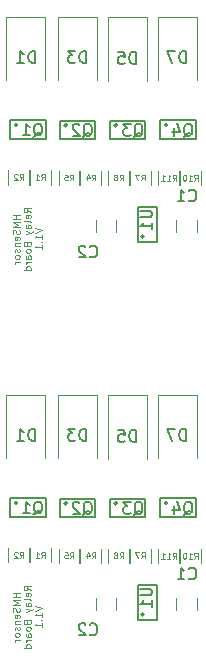
<source format=gbo>
%MOIN*%
%OFA0B0*%
%FSLAX46Y46*%
%IPPOS*%
%LPD*%
%ADD10C,0.0039370078740157488*%
%ADD21C,0.0039370078740157488*%
%ADD32C,0.0039370078740157488*%
%ADD43C,0.0039370078740157488*%
%ADD54C,0.0039370078740157488*%
%ADD65C,0.0039370078740157488*%
%ADD76C,0.0039370078740157488*%
%ADD77C,0.005905511811023622*%
%ADD78C,0.0047244094488188976*%
%ADD79C,0.002952755905511811*%
%ADD90C,0.0039370078740157488*%
%ADD91C,0.005905511811023622*%
%ADD92C,0.0047244094488188976*%
%ADD93C,0.002952755905511811*%
%LPD*%
G01*
D10*
G01*
D21*
G01*
D32*
G01*
D43*
G04 next file*
%LPD*%
G01*
D54*
G01*
D65*
G04 next file*
G01*
D76*
X0003044890Y0001621967D02*
X0003021268Y0001621967D01*
X0003032517Y0001621967D02*
X0003032517Y0001608469D01*
X0003044890Y0001608469D02*
X0003021268Y0001608469D01*
X0003044890Y0001597219D02*
X0003021268Y0001597219D01*
X0003038141Y0001589346D01*
X0003021268Y0001581472D01*
X0003044890Y0001581472D01*
X0003043766Y0001571348D02*
X0003044890Y0001567974D01*
X0003044890Y0001562349D01*
X0003043766Y0001560100D01*
X0003042641Y0001558975D01*
X0003040391Y0001557850D01*
X0003038141Y0001557850D01*
X0003035892Y0001558975D01*
X0003034767Y0001560100D01*
X0003033642Y0001562349D01*
X0003032517Y0001566847D01*
X0003031392Y0001569098D01*
X0003030267Y0001570223D01*
X0003028017Y0001571348D01*
X0003025768Y0001571348D01*
X0003023517Y0001570223D01*
X0003022393Y0001569098D01*
X0003021268Y0001566847D01*
X0003021268Y0001561224D01*
X0003022393Y0001557850D01*
X0003043766Y0001538727D02*
X0003044890Y0001540977D01*
X0003044890Y0001545476D01*
X0003043766Y0001547724D01*
X0003041516Y0001548851D01*
X0003032517Y0001548851D01*
X0003030267Y0001547724D01*
X0003029141Y0001545476D01*
X0003029141Y0001540977D01*
X0003030267Y0001538727D01*
X0003032517Y0001537602D01*
X0003034767Y0001537602D01*
X0003037016Y0001548851D01*
X0003029141Y0001527478D02*
X0003044890Y0001527478D01*
X0003031392Y0001527478D02*
X0003030267Y0001526354D01*
X0003029141Y0001524104D01*
X0003029141Y0001520730D01*
X0003030267Y0001518480D01*
X0003032517Y0001517355D01*
X0003044890Y0001517355D01*
X0003043766Y0001507231D02*
X0003044890Y0001504981D01*
X0003044890Y0001500481D01*
X0003043766Y0001498232D01*
X0003041516Y0001497106D01*
X0003040391Y0001497106D01*
X0003038141Y0001498232D01*
X0003037016Y0001500481D01*
X0003037016Y0001503857D01*
X0003035892Y0001506106D01*
X0003033642Y0001507231D01*
X0003032517Y0001507231D01*
X0003030267Y0001506106D01*
X0003029141Y0001503857D01*
X0003029141Y0001500481D01*
X0003030267Y0001498232D01*
X0003044890Y0001483609D02*
X0003043766Y0001485859D01*
X0003042641Y0001486984D01*
X0003040391Y0001488109D01*
X0003033642Y0001488109D01*
X0003031392Y0001486984D01*
X0003030267Y0001485859D01*
X0003029141Y0001483609D01*
X0003029141Y0001480235D01*
X0003030267Y0001477985D01*
X0003031392Y0001476860D01*
X0003033642Y0001475735D01*
X0003040391Y0001475735D01*
X0003042641Y0001476860D01*
X0003043766Y0001477985D01*
X0003044890Y0001480235D01*
X0003044890Y0001483609D01*
X0003044890Y0001465611D02*
X0003029141Y0001465611D01*
X0003033642Y0001465611D02*
X0003031392Y0001464487D01*
X0003030267Y0001463362D01*
X0003029141Y0001461112D01*
X0003029141Y0001458862D01*
X0003081898Y0001630966D02*
X0003070649Y0001638840D01*
X0003081898Y0001644463D02*
X0003058276Y0001644463D01*
X0003058276Y0001635465D01*
X0003059401Y0001633215D01*
X0003060525Y0001632091D01*
X0003062776Y0001630966D01*
X0003066150Y0001630966D01*
X0003068400Y0001632091D01*
X0003069525Y0001633215D01*
X0003070649Y0001635465D01*
X0003070649Y0001644463D01*
X0003080773Y0001611843D02*
X0003081898Y0001614093D01*
X0003081898Y0001618592D01*
X0003080773Y0001620842D01*
X0003078524Y0001621967D01*
X0003069525Y0001621967D01*
X0003067275Y0001620842D01*
X0003066150Y0001618592D01*
X0003066150Y0001614093D01*
X0003067275Y0001611843D01*
X0003069525Y0001610718D01*
X0003071775Y0001610718D01*
X0003074024Y0001621967D01*
X0003081898Y0001597219D02*
X0003080773Y0001599470D01*
X0003078524Y0001600595D01*
X0003058276Y0001600595D01*
X0003081898Y0001578096D02*
X0003069525Y0001578096D01*
X0003067275Y0001579222D01*
X0003066150Y0001581472D01*
X0003066150Y0001585971D01*
X0003067275Y0001588221D01*
X0003080773Y0001578096D02*
X0003081898Y0001580347D01*
X0003081898Y0001585971D01*
X0003080773Y0001588221D01*
X0003078524Y0001589346D01*
X0003076274Y0001589346D01*
X0003074024Y0001588221D01*
X0003072899Y0001585971D01*
X0003072899Y0001580347D01*
X0003071775Y0001578096D01*
X0003066150Y0001569098D02*
X0003081898Y0001563474D01*
X0003066150Y0001557850D02*
X0003081898Y0001563474D01*
X0003087523Y0001565724D01*
X0003088647Y0001566847D01*
X0003089772Y0001569098D01*
X0003069525Y0001522979D02*
X0003070649Y0001519604D01*
X0003071775Y0001518480D01*
X0003074024Y0001517355D01*
X0003077399Y0001517355D01*
X0003079649Y0001518480D01*
X0003080773Y0001519604D01*
X0003081898Y0001521854D01*
X0003081898Y0001530853D01*
X0003058276Y0001530853D01*
X0003058276Y0001522979D01*
X0003059401Y0001520730D01*
X0003060525Y0001519604D01*
X0003062776Y0001518480D01*
X0003065025Y0001518480D01*
X0003067275Y0001519604D01*
X0003068400Y0001520730D01*
X0003069525Y0001522979D01*
X0003069525Y0001530853D01*
X0003081898Y0001503857D02*
X0003080773Y0001506106D01*
X0003079649Y0001507231D01*
X0003077399Y0001508355D01*
X0003070649Y0001508355D01*
X0003068400Y0001507231D01*
X0003067275Y0001506106D01*
X0003066150Y0001503857D01*
X0003066150Y0001500481D01*
X0003067275Y0001498232D01*
X0003068400Y0001497106D01*
X0003070649Y0001495983D01*
X0003077399Y0001495983D01*
X0003079649Y0001497106D01*
X0003080773Y0001498232D01*
X0003081898Y0001500481D01*
X0003081898Y0001503857D01*
X0003081898Y0001475735D02*
X0003069525Y0001475735D01*
X0003067275Y0001476860D01*
X0003066150Y0001479110D01*
X0003066150Y0001483609D01*
X0003067275Y0001485859D01*
X0003080773Y0001475735D02*
X0003081898Y0001477985D01*
X0003081898Y0001483609D01*
X0003080773Y0001485859D01*
X0003078524Y0001486984D01*
X0003076274Y0001486984D01*
X0003074024Y0001485859D01*
X0003072899Y0001483609D01*
X0003072899Y0001477985D01*
X0003071775Y0001475735D01*
X0003081898Y0001464487D02*
X0003066150Y0001464487D01*
X0003070649Y0001464487D02*
X0003068400Y0001463362D01*
X0003067275Y0001462237D01*
X0003066150Y0001459987D01*
X0003066150Y0001457737D01*
X0003081898Y0001439740D02*
X0003058276Y0001439740D01*
X0003080773Y0001439740D02*
X0003081898Y0001441989D01*
X0003081898Y0001446489D01*
X0003080773Y0001448738D01*
X0003079649Y0001449863D01*
X0003077399Y0001450988D01*
X0003070649Y0001450988D01*
X0003068400Y0001449863D01*
X0003067275Y0001448738D01*
X0003066150Y0001446489D01*
X0003066150Y0001441989D01*
X0003067275Y0001439740D01*
X0003095284Y0001578096D02*
X0003118906Y0001570223D01*
X0003095284Y0001562349D01*
X0003118906Y0001542102D02*
X0003118906Y0001555600D01*
X0003118906Y0001548851D02*
X0003095284Y0001548851D01*
X0003098659Y0001551101D01*
X0003100908Y0001553350D01*
X0003102033Y0001555600D01*
X0003116656Y0001531978D02*
X0003117781Y0001530853D01*
X0003118906Y0001531978D01*
X0003117781Y0001533103D01*
X0003116656Y0001531978D01*
X0003118906Y0001531978D01*
X0003118906Y0001508355D02*
X0003118906Y0001521854D01*
X0003118906Y0001515105D02*
X0003095284Y0001515105D01*
X0003098659Y0001517355D01*
X0003100908Y0001519604D01*
X0003102033Y0001521854D01*
D77*
X0003460032Y0001550732D02*
G75*
G03X0003460032Y0001550732I-0000005567D01*
G01*
X0003438715Y0001649157D02*
X0003501708Y0001649157D01*
X0003501708Y0001649157D02*
X0003501708Y0001531047D01*
X0003501708Y0001531047D02*
X0003438715Y0001531047D01*
X0003438715Y0001531047D02*
X0003438715Y0001649157D01*
D78*
X0003567748Y0001566417D02*
X0003567748Y0001605787D01*
X0003634677Y0001605787D02*
X0003634677Y0001566417D01*
X0003300747Y0001564917D02*
X0003300747Y0001604287D01*
X0003367677Y0001604287D02*
X0003367677Y0001564917D01*
X0002998251Y0002282960D02*
X0003128173Y0002282960D01*
X0003128173Y0002282960D02*
X0003128173Y0002070361D01*
X0002998251Y0002282960D02*
X0002998251Y0002070361D01*
X0003148858Y0001723480D02*
X0003148858Y0001770724D01*
X0003079565Y0001770724D02*
X0003079565Y0001723480D01*
X0003076858Y0001723480D02*
X0003076858Y0001770724D01*
X0003007566Y0001770724D02*
X0003007566Y0001723480D01*
D77*
X0003038410Y0001921850D02*
G75*
G03X0003038410Y0001921850I-0000005567D01*
G01*
X0003131266Y0001937598D02*
X0003131266Y0001874606D01*
X0003131266Y0001874606D02*
X0003013157Y0001874606D01*
X0003013157Y0001874606D02*
X0003013157Y0001937598D01*
X0003013157Y0001937598D02*
X0003131266Y0001937598D01*
D78*
X0003172251Y0002282960D02*
X0003302173Y0002282960D01*
X0003302173Y0002282960D02*
X0003302173Y0002070361D01*
X0003172251Y0002282960D02*
X0003172251Y0002070361D01*
X0003340251Y0002280960D02*
X0003470173Y0002280960D01*
X0003470173Y0002280960D02*
X0003470173Y0002068362D01*
X0003340251Y0002280960D02*
X0003340251Y0002068362D01*
X0003507250Y0002282960D02*
X0003637173Y0002282960D01*
X0003637173Y0002282960D02*
X0003637173Y0002070361D01*
X0003507250Y0002282960D02*
X0003507250Y0002070361D01*
D77*
X0003204410Y0001920850D02*
G75*
G03X0003204410Y0001920850I-0000005567D01*
G01*
X0003297267Y0001936598D02*
X0003297267Y0001873606D01*
X0003297267Y0001873606D02*
X0003179157Y0001873606D01*
X0003179157Y0001873606D02*
X0003179157Y0001936598D01*
X0003179157Y0001936598D02*
X0003297267Y0001936598D01*
X0003371410Y0001920850D02*
G75*
G03X0003371410Y0001920850I-0000005567D01*
G01*
X0003464267Y0001936598D02*
X0003464267Y0001873606D01*
X0003464267Y0001873606D02*
X0003346157Y0001873606D01*
X0003346157Y0001873606D02*
X0003346157Y0001936598D01*
X0003346157Y0001936598D02*
X0003464267Y0001936598D01*
X0003538409Y0001921850D02*
G75*
G03X0003538409Y0001921850I-0000005567D01*
G01*
X0003631267Y0001937598D02*
X0003631267Y0001874606D01*
X0003631267Y0001874606D02*
X0003513157Y0001874606D01*
X0003513157Y0001874606D02*
X0003513157Y0001937598D01*
X0003513157Y0001937598D02*
X0003631267Y0001937598D01*
D78*
X0003316858Y0001722480D02*
X0003316858Y0001769724D01*
X0003247566Y0001769724D02*
X0003247566Y0001722480D01*
X0003243858Y0001722480D02*
X0003243858Y0001769724D01*
X0003174566Y0001769724D02*
X0003174566Y0001722480D01*
X0003481858Y0001722480D02*
X0003481858Y0001769724D01*
X0003412565Y0001769724D02*
X0003412565Y0001722480D01*
X0003409858Y0001722480D02*
X0003409858Y0001769724D01*
X0003340565Y0001769724D02*
X0003340565Y0001722480D01*
X0003648858Y0001721479D02*
X0003648858Y0001768724D01*
X0003579566Y0001768724D02*
X0003579566Y0001721479D01*
X0003576858Y0001721479D02*
X0003576858Y0001768724D01*
X0003507566Y0001768724D02*
X0003507566Y0001721479D01*
D77*
X0003445652Y0001636098D02*
X0003477523Y0001636098D01*
X0003481273Y0001634223D01*
X0003483147Y0001632349D01*
X0003485021Y0001628599D01*
X0003485021Y0001621100D01*
X0003483147Y0001617350D01*
X0003481273Y0001615476D01*
X0003477523Y0001613601D01*
X0003445652Y0001613601D01*
X0003485021Y0001574231D02*
X0003485021Y0001596728D01*
X0003485021Y0001585479D02*
X0003445652Y0001585479D01*
X0003451277Y0001589229D01*
X0003455026Y0001592979D01*
X0003456901Y0001596728D01*
X0003608774Y0001671041D02*
X0003610649Y0001669166D01*
X0003616273Y0001667292D01*
X0003620022Y0001667292D01*
X0003625647Y0001669166D01*
X0003629395Y0001672916D01*
X0003631271Y0001676665D01*
X0003633146Y0001684164D01*
X0003633146Y0001689789D01*
X0003631271Y0001697288D01*
X0003629395Y0001701037D01*
X0003625647Y0001704787D01*
X0003620022Y0001706662D01*
X0003616273Y0001706662D01*
X0003610649Y0001704787D01*
X0003608774Y0001702912D01*
X0003571278Y0001667292D02*
X0003593776Y0001667292D01*
X0003582527Y0001667292D02*
X0003582527Y0001706662D01*
X0003586277Y0001701037D01*
X0003590026Y0001697288D01*
X0003593776Y0001695413D01*
X0003278773Y0001484541D02*
X0003280649Y0001482666D01*
X0003286273Y0001480792D01*
X0003290022Y0001480792D01*
X0003295647Y0001482666D01*
X0003299396Y0001486415D01*
X0003301271Y0001490165D01*
X0003303145Y0001497664D01*
X0003303145Y0001503289D01*
X0003301271Y0001510787D01*
X0003299396Y0001514537D01*
X0003295647Y0001518287D01*
X0003290022Y0001520162D01*
X0003286273Y0001520162D01*
X0003280649Y0001518287D01*
X0003278773Y0001516412D01*
X0003263776Y0001516412D02*
X0003261901Y0001518287D01*
X0003258151Y0001520162D01*
X0003248777Y0001520162D01*
X0003245028Y0001518287D01*
X0003243153Y0001516412D01*
X0003241278Y0001512663D01*
X0003241278Y0001508913D01*
X0003243153Y0001503289D01*
X0003265650Y0001480792D01*
X0003241278Y0001480792D01*
X0003096271Y0002129292D02*
X0003096271Y0002168662D01*
X0003086897Y0002168662D01*
X0003081273Y0002166787D01*
X0003077523Y0002163037D01*
X0003075649Y0002159288D01*
X0003073774Y0002151789D01*
X0003073774Y0002146164D01*
X0003075649Y0002138665D01*
X0003077523Y0002134916D01*
X0003081273Y0002131166D01*
X0003086897Y0002129292D01*
X0003096271Y0002129292D01*
X0003036277Y0002129292D02*
X0003058775Y0002129292D01*
X0003047527Y0002129292D02*
X0003047527Y0002168662D01*
X0003051277Y0002163037D01*
X0003055026Y0002159288D01*
X0003058775Y0002157413D01*
D79*
X0003117493Y0001738197D02*
X0003124055Y0001747571D01*
X0003128742Y0001738197D02*
X0003128742Y0001757882D01*
X0003121241Y0001757882D01*
X0003119367Y0001756944D01*
X0003118430Y0001756007D01*
X0003117493Y0001754131D01*
X0003117493Y0001751320D01*
X0003118430Y0001749445D01*
X0003119367Y0001748508D01*
X0003121241Y0001747571D01*
X0003128742Y0001747571D01*
X0003098745Y0001738197D02*
X0003109994Y0001738197D01*
X0003104370Y0001738197D02*
X0003104370Y0001757882D01*
X0003106244Y0001755070D01*
X0003108119Y0001753195D01*
X0003109994Y0001752257D01*
X0003045493Y0001738197D02*
X0003052055Y0001747571D01*
X0003056742Y0001738197D02*
X0003056742Y0001757882D01*
X0003049242Y0001757882D01*
X0003047368Y0001756944D01*
X0003046430Y0001756007D01*
X0003045493Y0001754131D01*
X0003045493Y0001751320D01*
X0003046430Y0001749445D01*
X0003047368Y0001748508D01*
X0003049242Y0001747571D01*
X0003056742Y0001747571D01*
X0003037994Y0001756007D02*
X0003037056Y0001756944D01*
X0003035182Y0001757882D01*
X0003030495Y0001757882D01*
X0003028620Y0001756944D01*
X0003027683Y0001756007D01*
X0003026745Y0001754131D01*
X0003026745Y0001752257D01*
X0003027683Y0001749445D01*
X0003038931Y0001738197D01*
X0003026745Y0001738197D01*
D77*
X0003090962Y0001883542D02*
X0003094711Y0001885417D01*
X0003098460Y0001889166D01*
X0003104085Y0001894791D01*
X0003107835Y0001896665D01*
X0003111584Y0001896665D01*
X0003109709Y0001887292D02*
X0003113459Y0001889166D01*
X0003117208Y0001892916D01*
X0003119083Y0001900415D01*
X0003119083Y0001913538D01*
X0003117208Y0001921037D01*
X0003113459Y0001924787D01*
X0003109709Y0001926662D01*
X0003102210Y0001926662D01*
X0003098460Y0001924787D01*
X0003094711Y0001921037D01*
X0003092836Y0001913538D01*
X0003092836Y0001900415D01*
X0003094711Y0001892916D01*
X0003098460Y0001889166D01*
X0003102210Y0001887292D01*
X0003109709Y0001887292D01*
X0003055341Y0001887292D02*
X0003077838Y0001887292D01*
X0003066590Y0001887292D02*
X0003066590Y0001926662D01*
X0003070339Y0001921037D01*
X0003074089Y0001917288D01*
X0003077838Y0001915413D01*
X0003266271Y0002129292D02*
X0003266271Y0002168662D01*
X0003256897Y0002168662D01*
X0003251273Y0002166787D01*
X0003247523Y0002163037D01*
X0003245648Y0002159288D01*
X0003243774Y0002151789D01*
X0003243774Y0002146164D01*
X0003245648Y0002138665D01*
X0003247523Y0002134916D01*
X0003251273Y0002131166D01*
X0003256897Y0002129292D01*
X0003266271Y0002129292D01*
X0003230649Y0002168662D02*
X0003206278Y0002168662D01*
X0003219402Y0002153664D01*
X0003213777Y0002153664D01*
X0003210028Y0002151789D01*
X0003208153Y0002149914D01*
X0003206278Y0002146164D01*
X0003206278Y0002136791D01*
X0003208153Y0002133041D01*
X0003210028Y0002131166D01*
X0003213777Y0002129292D01*
X0003225025Y0002129292D01*
X0003228775Y0002131166D01*
X0003230649Y0002133041D01*
X0003432271Y0002126292D02*
X0003432271Y0002165662D01*
X0003422897Y0002165662D01*
X0003417273Y0002163787D01*
X0003413522Y0002160037D01*
X0003411648Y0002156288D01*
X0003409774Y0002148789D01*
X0003409774Y0002143164D01*
X0003411648Y0002135665D01*
X0003413522Y0002131916D01*
X0003417273Y0002128166D01*
X0003422897Y0002126292D01*
X0003432271Y0002126292D01*
X0003374153Y0002165662D02*
X0003392901Y0002165662D01*
X0003394776Y0002146914D01*
X0003392901Y0002148789D01*
X0003389150Y0002150664D01*
X0003379777Y0002150664D01*
X0003376028Y0002148789D01*
X0003374153Y0002146914D01*
X0003372278Y0002143164D01*
X0003372278Y0002133791D01*
X0003374153Y0002130041D01*
X0003376028Y0002128166D01*
X0003379777Y0002126292D01*
X0003389150Y0002126292D01*
X0003392901Y0002128166D01*
X0003394776Y0002130041D01*
X0003599270Y0002129292D02*
X0003599270Y0002168662D01*
X0003589897Y0002168662D01*
X0003584273Y0002166787D01*
X0003580523Y0002163037D01*
X0003578649Y0002159288D01*
X0003576774Y0002151789D01*
X0003576774Y0002146164D01*
X0003578649Y0002138665D01*
X0003580523Y0002134916D01*
X0003584273Y0002131166D01*
X0003589897Y0002129292D01*
X0003599270Y0002129292D01*
X0003563650Y0002168662D02*
X0003537404Y0002168662D01*
X0003554277Y0002129292D01*
X0003256961Y0001882542D02*
X0003260711Y0001884417D01*
X0003264461Y0001888166D01*
X0003270085Y0001893791D01*
X0003273835Y0001895665D01*
X0003277584Y0001895665D01*
X0003275709Y0001886292D02*
X0003279459Y0001888166D01*
X0003283207Y0001891916D01*
X0003285083Y0001899415D01*
X0003285083Y0001912538D01*
X0003283207Y0001920037D01*
X0003279459Y0001923787D01*
X0003275709Y0001925662D01*
X0003268210Y0001925662D01*
X0003264461Y0001923787D01*
X0003260711Y0001920037D01*
X0003258836Y0001912538D01*
X0003258836Y0001899415D01*
X0003260711Y0001891916D01*
X0003264461Y0001888166D01*
X0003268210Y0001886292D01*
X0003275709Y0001886292D01*
X0003243838Y0001921912D02*
X0003241964Y0001923787D01*
X0003238214Y0001925662D01*
X0003228840Y0001925662D01*
X0003225091Y0001923787D01*
X0003223216Y0001921912D01*
X0003221341Y0001918163D01*
X0003221341Y0001914413D01*
X0003223216Y0001908789D01*
X0003245713Y0001886292D01*
X0003221341Y0001886292D01*
X0003425962Y0001882542D02*
X0003429710Y0001884417D01*
X0003433461Y0001888166D01*
X0003439085Y0001893791D01*
X0003442835Y0001895665D01*
X0003446584Y0001895665D01*
X0003444709Y0001886292D02*
X0003448459Y0001888166D01*
X0003452208Y0001891916D01*
X0003454083Y0001899415D01*
X0003454083Y0001912538D01*
X0003452208Y0001920037D01*
X0003448459Y0001923787D01*
X0003444709Y0001925662D01*
X0003437210Y0001925662D01*
X0003433461Y0001923787D01*
X0003429710Y0001920037D01*
X0003427836Y0001912538D01*
X0003427836Y0001899415D01*
X0003429710Y0001891916D01*
X0003433461Y0001888166D01*
X0003437210Y0001886292D01*
X0003444709Y0001886292D01*
X0003414713Y0001925662D02*
X0003390341Y0001925662D01*
X0003403464Y0001910664D01*
X0003397840Y0001910664D01*
X0003394091Y0001908789D01*
X0003392216Y0001906914D01*
X0003390341Y0001903164D01*
X0003390341Y0001893791D01*
X0003392216Y0001890041D01*
X0003394091Y0001888166D01*
X0003397840Y0001886292D01*
X0003409089Y0001886292D01*
X0003412838Y0001888166D01*
X0003414713Y0001890041D01*
X0003591962Y0001882542D02*
X0003595711Y0001884417D01*
X0003599461Y0001888166D01*
X0003605084Y0001893791D01*
X0003608835Y0001895665D01*
X0003612584Y0001895665D01*
X0003610709Y0001886292D02*
X0003614459Y0001888166D01*
X0003618208Y0001891916D01*
X0003620083Y0001899415D01*
X0003620083Y0001912538D01*
X0003618208Y0001920037D01*
X0003614459Y0001923787D01*
X0003610709Y0001925662D01*
X0003603210Y0001925662D01*
X0003599461Y0001923787D01*
X0003595711Y0001920037D01*
X0003593836Y0001912538D01*
X0003593836Y0001899415D01*
X0003595711Y0001891916D01*
X0003599461Y0001888166D01*
X0003603210Y0001886292D01*
X0003610709Y0001886292D01*
X0003560091Y0001912538D02*
X0003560091Y0001886292D01*
X0003569464Y0001927536D02*
X0003578838Y0001899415D01*
X0003554466Y0001899415D01*
D79*
X0003285493Y0001737197D02*
X0003292055Y0001746571D01*
X0003296742Y0001737197D02*
X0003296742Y0001756882D01*
X0003289242Y0001756882D01*
X0003287368Y0001755943D01*
X0003286430Y0001755005D01*
X0003285493Y0001753132D01*
X0003285493Y0001750320D01*
X0003286430Y0001748445D01*
X0003287368Y0001747508D01*
X0003289242Y0001746571D01*
X0003296742Y0001746571D01*
X0003268619Y0001750320D02*
X0003268619Y0001737197D01*
X0003273307Y0001757819D02*
X0003277994Y0001743757D01*
X0003265808Y0001743757D01*
X0003212493Y0001737197D02*
X0003219054Y0001746571D01*
X0003223742Y0001737197D02*
X0003223742Y0001756882D01*
X0003216242Y0001756882D01*
X0003214368Y0001755943D01*
X0003213430Y0001755005D01*
X0003212493Y0001753132D01*
X0003212493Y0001750320D01*
X0003213430Y0001748445D01*
X0003214368Y0001747508D01*
X0003216242Y0001746571D01*
X0003223742Y0001746571D01*
X0003194682Y0001756882D02*
X0003204056Y0001756882D01*
X0003204993Y0001747508D01*
X0003204056Y0001748445D01*
X0003202182Y0001749383D01*
X0003197495Y0001749383D01*
X0003195620Y0001748445D01*
X0003194682Y0001747508D01*
X0003193745Y0001745633D01*
X0003193745Y0001740945D01*
X0003194682Y0001739071D01*
X0003195620Y0001738134D01*
X0003197495Y0001737197D01*
X0003202182Y0001737197D01*
X0003204056Y0001738134D01*
X0003204993Y0001739071D01*
X0003450493Y0001737197D02*
X0003457055Y0001746571D01*
X0003461742Y0001737197D02*
X0003461742Y0001756882D01*
X0003454242Y0001756882D01*
X0003452368Y0001755943D01*
X0003451430Y0001755005D01*
X0003450493Y0001753132D01*
X0003450493Y0001750320D01*
X0003451430Y0001748445D01*
X0003452368Y0001747508D01*
X0003454242Y0001746571D01*
X0003461742Y0001746571D01*
X0003443931Y0001756882D02*
X0003430807Y0001756882D01*
X0003439244Y0001737197D01*
X0003378493Y0001737197D02*
X0003385055Y0001746571D01*
X0003389742Y0001737197D02*
X0003389742Y0001756882D01*
X0003382242Y0001756882D01*
X0003380368Y0001755943D01*
X0003379429Y0001755005D01*
X0003378493Y0001753132D01*
X0003378493Y0001750320D01*
X0003379429Y0001748445D01*
X0003380368Y0001747508D01*
X0003382242Y0001746571D01*
X0003389742Y0001746571D01*
X0003367244Y0001748445D02*
X0003369118Y0001749383D01*
X0003370056Y0001750320D01*
X0003370994Y0001752195D01*
X0003370994Y0001753132D01*
X0003370056Y0001755005D01*
X0003369118Y0001755943D01*
X0003367244Y0001756882D01*
X0003363495Y0001756882D01*
X0003361620Y0001755943D01*
X0003360683Y0001755005D01*
X0003359745Y0001753132D01*
X0003359745Y0001752195D01*
X0003360683Y0001750320D01*
X0003361620Y0001749383D01*
X0003363495Y0001748445D01*
X0003367244Y0001748445D01*
X0003369118Y0001747508D01*
X0003370056Y0001746571D01*
X0003370994Y0001744696D01*
X0003370994Y0001740945D01*
X0003370056Y0001739071D01*
X0003369118Y0001738134D01*
X0003367244Y0001737197D01*
X0003363495Y0001737197D01*
X0003361620Y0001738134D01*
X0003360683Y0001739071D01*
X0003359745Y0001740945D01*
X0003359745Y0001744696D01*
X0003360683Y0001746571D01*
X0003361620Y0001747508D01*
X0003363495Y0001748445D01*
X0003626866Y0001736197D02*
X0003633428Y0001745571D01*
X0003638115Y0001736197D02*
X0003638115Y0001755881D01*
X0003630616Y0001755881D01*
X0003628742Y0001754943D01*
X0003627804Y0001754006D01*
X0003626866Y0001752132D01*
X0003626866Y0001749320D01*
X0003627804Y0001747445D01*
X0003628742Y0001746508D01*
X0003630616Y0001745571D01*
X0003638115Y0001745571D01*
X0003608119Y0001736197D02*
X0003619368Y0001736197D01*
X0003613743Y0001736197D02*
X0003613743Y0001755881D01*
X0003615617Y0001753070D01*
X0003617493Y0001751195D01*
X0003619368Y0001750257D01*
X0003595933Y0001755881D02*
X0003594058Y0001755881D01*
X0003592184Y0001754943D01*
X0003591245Y0001754006D01*
X0003590309Y0001752132D01*
X0003589371Y0001748383D01*
X0003589371Y0001743695D01*
X0003590309Y0001739946D01*
X0003591245Y0001738072D01*
X0003592184Y0001737134D01*
X0003594058Y0001736197D01*
X0003595933Y0001736197D01*
X0003597808Y0001737134D01*
X0003598745Y0001738072D01*
X0003599682Y0001739946D01*
X0003600620Y0001743695D01*
X0003600620Y0001748383D01*
X0003599682Y0001752132D01*
X0003598745Y0001754006D01*
X0003597808Y0001754943D01*
X0003595933Y0001755881D01*
X0003554867Y0001736197D02*
X0003561428Y0001745571D01*
X0003566115Y0001736197D02*
X0003566115Y0001755881D01*
X0003558616Y0001755881D01*
X0003556742Y0001754943D01*
X0003555804Y0001754006D01*
X0003554867Y0001752132D01*
X0003554867Y0001749320D01*
X0003555804Y0001747445D01*
X0003556742Y0001746508D01*
X0003558616Y0001745571D01*
X0003566115Y0001745571D01*
X0003536119Y0001736197D02*
X0003547368Y0001736197D01*
X0003541743Y0001736197D02*
X0003541743Y0001755881D01*
X0003543618Y0001753070D01*
X0003545493Y0001751195D01*
X0003547368Y0001750257D01*
X0003517371Y0001736197D02*
X0003528620Y0001736197D01*
X0003522996Y0001736197D02*
X0003522996Y0001755881D01*
X0003524871Y0001753070D01*
X0003526745Y0001751195D01*
X0003528620Y0001750257D01*
G04 next file*
G04 #@! TF.FileFunction,Legend,Bot*
G04 Gerber Fmt 4.6, Leading zero omitted, Abs format (unit mm)*
G04 Created by KiCad (PCBNEW 4.0.2-stable) date 18.08.2017 11:21:27*
G01*
G04 APERTURE LIST*
G04 APERTURE END LIST*
D90*
X0003044890Y0000362124D02*
X0003021268Y0000362124D01*
X0003032517Y0000362124D02*
X0003032517Y0000348626D01*
X0003044890Y0000348626D02*
X0003021268Y0000348626D01*
X0003044890Y0000337377D02*
X0003021268Y0000337377D01*
X0003038141Y0000329503D01*
X0003021268Y0000321629D01*
X0003044890Y0000321629D01*
X0003043766Y0000311506D02*
X0003044890Y0000308131D01*
X0003044890Y0000302507D01*
X0003043766Y0000300257D01*
X0003042641Y0000299132D01*
X0003040391Y0000298007D01*
X0003038141Y0000298007D01*
X0003035892Y0000299132D01*
X0003034767Y0000300257D01*
X0003033642Y0000302507D01*
X0003032517Y0000307006D01*
X0003031392Y0000309256D01*
X0003030267Y0000310381D01*
X0003028017Y0000311506D01*
X0003025768Y0000311506D01*
X0003023517Y0000310381D01*
X0003022393Y0000309256D01*
X0003021268Y0000307006D01*
X0003021268Y0000301382D01*
X0003022393Y0000298007D01*
X0003043766Y0000278885D02*
X0003044890Y0000281134D01*
X0003044890Y0000285634D01*
X0003043766Y0000287884D01*
X0003041516Y0000289008D01*
X0003032517Y0000289008D01*
X0003030267Y0000287884D01*
X0003029141Y0000285634D01*
X0003029141Y0000281134D01*
X0003030267Y0000278885D01*
X0003032517Y0000277760D01*
X0003034767Y0000277760D01*
X0003037016Y0000289008D01*
X0003029141Y0000267636D02*
X0003044890Y0000267636D01*
X0003031392Y0000267636D02*
X0003030267Y0000266511D01*
X0003029141Y0000264262D01*
X0003029141Y0000260886D01*
X0003030267Y0000258637D01*
X0003032517Y0000257512D01*
X0003044890Y0000257512D01*
X0003043766Y0000247389D02*
X0003044890Y0000245139D01*
X0003044890Y0000240640D01*
X0003043766Y0000238390D01*
X0003041516Y0000237265D01*
X0003040391Y0000237265D01*
X0003038141Y0000238390D01*
X0003037016Y0000240640D01*
X0003037016Y0000244014D01*
X0003035892Y0000246264D01*
X0003033642Y0000247389D01*
X0003032517Y0000247389D01*
X0003030267Y0000246264D01*
X0003029141Y0000244014D01*
X0003029141Y0000240640D01*
X0003030267Y0000238390D01*
X0003044890Y0000223767D02*
X0003043766Y0000226016D01*
X0003042641Y0000227141D01*
X0003040391Y0000228266D01*
X0003033642Y0000228266D01*
X0003031392Y0000227141D01*
X0003030267Y0000226016D01*
X0003029141Y0000223767D01*
X0003029141Y0000220392D01*
X0003030267Y0000218142D01*
X0003031392Y0000217017D01*
X0003033642Y0000215893D01*
X0003040391Y0000215893D01*
X0003042641Y0000217017D01*
X0003043766Y0000218142D01*
X0003044890Y0000220392D01*
X0003044890Y0000223767D01*
X0003044890Y0000205769D02*
X0003029141Y0000205769D01*
X0003033642Y0000205769D02*
X0003031392Y0000204644D01*
X0003030267Y0000203519D01*
X0003029141Y0000201269D01*
X0003029141Y0000199020D01*
X0003081898Y0000371123D02*
X0003070649Y0000378997D01*
X0003081898Y0000384622D02*
X0003058276Y0000384622D01*
X0003058276Y0000375623D01*
X0003059401Y0000373373D01*
X0003060525Y0000372248D01*
X0003062776Y0000371123D01*
X0003066150Y0000371123D01*
X0003068400Y0000372248D01*
X0003069525Y0000373373D01*
X0003070649Y0000375623D01*
X0003070649Y0000384622D01*
X0003080773Y0000352001D02*
X0003081898Y0000354250D01*
X0003081898Y0000358750D01*
X0003080773Y0000360999D01*
X0003078524Y0000362124D01*
X0003069525Y0000362124D01*
X0003067275Y0000360999D01*
X0003066150Y0000358750D01*
X0003066150Y0000354250D01*
X0003067275Y0000352001D01*
X0003069525Y0000350876D01*
X0003071775Y0000350876D01*
X0003074024Y0000362124D01*
X0003081898Y0000337377D02*
X0003080773Y0000339627D01*
X0003078524Y0000340752D01*
X0003058276Y0000340752D01*
X0003081898Y0000318255D02*
X0003069525Y0000318255D01*
X0003067275Y0000319380D01*
X0003066150Y0000321629D01*
X0003066150Y0000326129D01*
X0003067275Y0000328379D01*
X0003080773Y0000318255D02*
X0003081898Y0000320505D01*
X0003081898Y0000326129D01*
X0003080773Y0000328379D01*
X0003078524Y0000329503D01*
X0003076274Y0000329503D01*
X0003074024Y0000328379D01*
X0003072899Y0000326129D01*
X0003072899Y0000320505D01*
X0003071775Y0000318255D01*
X0003066150Y0000309256D02*
X0003081898Y0000303632D01*
X0003066150Y0000298007D02*
X0003081898Y0000303632D01*
X0003087523Y0000305881D01*
X0003088647Y0000307006D01*
X0003089772Y0000309256D01*
X0003069525Y0000263137D02*
X0003070649Y0000259762D01*
X0003071775Y0000258637D01*
X0003074024Y0000257512D01*
X0003077399Y0000257512D01*
X0003079649Y0000258637D01*
X0003080773Y0000259762D01*
X0003081898Y0000262012D01*
X0003081898Y0000271011D01*
X0003058276Y0000271011D01*
X0003058276Y0000263137D01*
X0003059401Y0000260886D01*
X0003060525Y0000259762D01*
X0003062776Y0000258637D01*
X0003065025Y0000258637D01*
X0003067275Y0000259762D01*
X0003068400Y0000260886D01*
X0003069525Y0000263137D01*
X0003069525Y0000271011D01*
X0003081898Y0000244014D02*
X0003080773Y0000246264D01*
X0003079649Y0000247389D01*
X0003077399Y0000248514D01*
X0003070649Y0000248514D01*
X0003068400Y0000247389D01*
X0003067275Y0000246264D01*
X0003066150Y0000244014D01*
X0003066150Y0000240640D01*
X0003067275Y0000238390D01*
X0003068400Y0000237265D01*
X0003070649Y0000236140D01*
X0003077399Y0000236140D01*
X0003079649Y0000237265D01*
X0003080773Y0000238390D01*
X0003081898Y0000240640D01*
X0003081898Y0000244014D01*
X0003081898Y0000215893D02*
X0003069525Y0000215893D01*
X0003067275Y0000217017D01*
X0003066150Y0000219267D01*
X0003066150Y0000223767D01*
X0003067275Y0000226016D01*
X0003080773Y0000215893D02*
X0003081898Y0000218142D01*
X0003081898Y0000223767D01*
X0003080773Y0000226016D01*
X0003078524Y0000227141D01*
X0003076274Y0000227141D01*
X0003074024Y0000226016D01*
X0003072899Y0000223767D01*
X0003072899Y0000218142D01*
X0003071775Y0000215893D01*
X0003081898Y0000204644D02*
X0003066150Y0000204644D01*
X0003070649Y0000204644D02*
X0003068400Y0000203519D01*
X0003067275Y0000202394D01*
X0003066150Y0000200145D01*
X0003066150Y0000197895D01*
X0003081898Y0000179897D02*
X0003058276Y0000179897D01*
X0003080773Y0000179897D02*
X0003081898Y0000182147D01*
X0003081898Y0000186646D01*
X0003080773Y0000188896D01*
X0003079649Y0000190021D01*
X0003077399Y0000191146D01*
X0003070649Y0000191146D01*
X0003068400Y0000190021D01*
X0003067275Y0000188896D01*
X0003066150Y0000186646D01*
X0003066150Y0000182147D01*
X0003067275Y0000179897D01*
X0003095284Y0000318255D02*
X0003118906Y0000310381D01*
X0003095284Y0000302507D01*
X0003118906Y0000282259D02*
X0003118906Y0000295758D01*
X0003118906Y0000289008D02*
X0003095284Y0000289008D01*
X0003098659Y0000291258D01*
X0003100908Y0000293508D01*
X0003102033Y0000295758D01*
X0003116656Y0000272136D02*
X0003117781Y0000271011D01*
X0003118906Y0000272136D01*
X0003117781Y0000273260D01*
X0003116656Y0000272136D01*
X0003118906Y0000272136D01*
X0003118906Y0000248514D02*
X0003118906Y0000262012D01*
X0003118906Y0000255263D02*
X0003095284Y0000255263D01*
X0003098659Y0000257512D01*
X0003100908Y0000259762D01*
X0003102033Y0000262012D01*
D91*
X0003460032Y0000290889D02*
G75*
G03X0003460032Y0000290889I-0000005567D01*
G01*
X0003438715Y0000389314D02*
X0003501708Y0000389314D01*
X0003501708Y0000389314D02*
X0003501708Y0000271204D01*
X0003501708Y0000271204D02*
X0003438715Y0000271204D01*
X0003438715Y0000271204D02*
X0003438715Y0000389314D01*
D92*
X0003567748Y0000306574D02*
X0003567748Y0000345944D01*
X0003634677Y0000345944D02*
X0003634677Y0000306574D01*
X0003300747Y0000305074D02*
X0003300747Y0000344444D01*
X0003367677Y0000344444D02*
X0003367677Y0000305074D01*
X0002998251Y0001023118D02*
X0003128173Y0001023118D01*
X0003128173Y0001023118D02*
X0003128173Y0000810519D01*
X0002998251Y0001023118D02*
X0002998251Y0000810519D01*
X0003148858Y0000463636D02*
X0003148858Y0000510881D01*
X0003079565Y0000510881D02*
X0003079565Y0000463636D01*
X0003076858Y0000463636D02*
X0003076858Y0000510881D01*
X0003007566Y0000510881D02*
X0003007566Y0000463636D01*
D91*
X0003038410Y0000662006D02*
G75*
G03X0003038410Y0000662006I-0000005567D01*
G01*
X0003131266Y0000677754D02*
X0003131266Y0000614763D01*
X0003131266Y0000614763D02*
X0003013157Y0000614763D01*
X0003013157Y0000614763D02*
X0003013157Y0000677754D01*
X0003013157Y0000677754D02*
X0003131266Y0000677754D01*
D92*
X0003172251Y0001023118D02*
X0003302173Y0001023118D01*
X0003302173Y0001023118D02*
X0003302173Y0000810519D01*
X0003172251Y0001023118D02*
X0003172251Y0000810519D01*
X0003340251Y0001021118D02*
X0003470173Y0001021118D01*
X0003470173Y0001021118D02*
X0003470173Y0000808519D01*
X0003340251Y0001021118D02*
X0003340251Y0000808519D01*
X0003507250Y0001023118D02*
X0003637173Y0001023118D01*
X0003637173Y0001023118D02*
X0003637173Y0000810519D01*
X0003507250Y0001023118D02*
X0003507250Y0000810519D01*
D91*
X0003204410Y0000661007D02*
G75*
G03X0003204410Y0000661007I-0000005567D01*
G01*
X0003297267Y0000676755D02*
X0003297267Y0000613763D01*
X0003297267Y0000613763D02*
X0003179157Y0000613763D01*
X0003179157Y0000613763D02*
X0003179157Y0000676755D01*
X0003179157Y0000676755D02*
X0003297267Y0000676755D01*
X0003371410Y0000661007D02*
G75*
G03X0003371410Y0000661007I-0000005567D01*
G01*
X0003464267Y0000676755D02*
X0003464267Y0000613763D01*
X0003464267Y0000613763D02*
X0003346157Y0000613763D01*
X0003346157Y0000613763D02*
X0003346157Y0000676755D01*
X0003346157Y0000676755D02*
X0003464267Y0000676755D01*
X0003538409Y0000662006D02*
G75*
G03X0003538409Y0000662006I-0000005567D01*
G01*
X0003631267Y0000677754D02*
X0003631267Y0000614763D01*
X0003631267Y0000614763D02*
X0003513157Y0000614763D01*
X0003513157Y0000614763D02*
X0003513157Y0000677754D01*
X0003513157Y0000677754D02*
X0003631267Y0000677754D01*
D92*
X0003316858Y0000462637D02*
X0003316858Y0000509881D01*
X0003247566Y0000509881D02*
X0003247566Y0000462637D01*
X0003243858Y0000462637D02*
X0003243858Y0000509881D01*
X0003174566Y0000509881D02*
X0003174566Y0000462637D01*
X0003481858Y0000462637D02*
X0003481858Y0000509881D01*
X0003412565Y0000509881D02*
X0003412565Y0000462637D01*
X0003409858Y0000462637D02*
X0003409858Y0000509881D01*
X0003340565Y0000509881D02*
X0003340565Y0000462637D01*
X0003648858Y0000461637D02*
X0003648858Y0000508881D01*
X0003579566Y0000508881D02*
X0003579566Y0000461637D01*
X0003576858Y0000461637D02*
X0003576858Y0000508881D01*
X0003507566Y0000508881D02*
X0003507566Y0000461637D01*
D91*
X0003445652Y0000376256D02*
X0003477523Y0000376256D01*
X0003481273Y0000374381D01*
X0003483147Y0000372506D01*
X0003485021Y0000368757D01*
X0003485021Y0000361257D01*
X0003483147Y0000357507D01*
X0003481273Y0000355633D01*
X0003477523Y0000353758D01*
X0003445652Y0000353758D01*
X0003485021Y0000314388D02*
X0003485021Y0000336886D01*
X0003485021Y0000325637D02*
X0003445652Y0000325637D01*
X0003451277Y0000329386D01*
X0003455026Y0000333136D01*
X0003456901Y0000336886D01*
X0003608774Y0000411199D02*
X0003610649Y0000409324D01*
X0003616273Y0000407449D01*
X0003620022Y0000407449D01*
X0003625647Y0000409324D01*
X0003629395Y0000413073D01*
X0003631271Y0000416823D01*
X0003633146Y0000424322D01*
X0003633146Y0000429946D01*
X0003631271Y0000437445D01*
X0003629395Y0000441195D01*
X0003625647Y0000444944D01*
X0003620022Y0000446819D01*
X0003616273Y0000446819D01*
X0003610649Y0000444944D01*
X0003608774Y0000443070D01*
X0003571278Y0000407449D02*
X0003593776Y0000407449D01*
X0003582527Y0000407449D02*
X0003582527Y0000446819D01*
X0003586277Y0000441195D01*
X0003590026Y0000437445D01*
X0003593776Y0000435571D01*
X0003278773Y0000224698D02*
X0003280649Y0000222824D01*
X0003286273Y0000220948D01*
X0003290022Y0000220948D01*
X0003295647Y0000222824D01*
X0003299396Y0000226573D01*
X0003301271Y0000230323D01*
X0003303145Y0000237822D01*
X0003303145Y0000243446D01*
X0003301271Y0000250944D01*
X0003299396Y0000254695D01*
X0003295647Y0000258444D01*
X0003290022Y0000260319D01*
X0003286273Y0000260319D01*
X0003280649Y0000258444D01*
X0003278773Y0000256570D01*
X0003263776Y0000256570D02*
X0003261901Y0000258444D01*
X0003258151Y0000260319D01*
X0003248777Y0000260319D01*
X0003245028Y0000258444D01*
X0003243153Y0000256570D01*
X0003241278Y0000252820D01*
X0003241278Y0000249071D01*
X0003243153Y0000243446D01*
X0003265650Y0000220948D01*
X0003241278Y0000220948D01*
X0003096271Y0000869449D02*
X0003096271Y0000908818D01*
X0003086897Y0000908818D01*
X0003081273Y0000906944D01*
X0003077523Y0000903194D01*
X0003075649Y0000899445D01*
X0003073774Y0000891946D01*
X0003073774Y0000886322D01*
X0003075649Y0000878823D01*
X0003077523Y0000875073D01*
X0003081273Y0000871324D01*
X0003086897Y0000869449D01*
X0003096271Y0000869449D01*
X0003036277Y0000869449D02*
X0003058775Y0000869449D01*
X0003047527Y0000869449D02*
X0003047527Y0000908818D01*
X0003051277Y0000903194D01*
X0003055026Y0000899445D01*
X0003058775Y0000897571D01*
D93*
X0003117493Y0000478354D02*
X0003124055Y0000487728D01*
X0003128742Y0000478354D02*
X0003128742Y0000498039D01*
X0003121241Y0000498039D01*
X0003119367Y0000497102D01*
X0003118430Y0000496163D01*
X0003117493Y0000494290D01*
X0003117493Y0000491478D01*
X0003118430Y0000489603D01*
X0003119367Y0000488665D01*
X0003121241Y0000487728D01*
X0003128742Y0000487728D01*
X0003098745Y0000478354D02*
X0003109994Y0000478354D01*
X0003104370Y0000478354D02*
X0003104370Y0000498039D01*
X0003106244Y0000495227D01*
X0003108119Y0000493352D01*
X0003109994Y0000492415D01*
X0003045493Y0000478354D02*
X0003052055Y0000487728D01*
X0003056742Y0000478354D02*
X0003056742Y0000498039D01*
X0003049242Y0000498039D01*
X0003047368Y0000497102D01*
X0003046430Y0000496163D01*
X0003045493Y0000494290D01*
X0003045493Y0000491478D01*
X0003046430Y0000489603D01*
X0003047368Y0000488665D01*
X0003049242Y0000487728D01*
X0003056742Y0000487728D01*
X0003037994Y0000496163D02*
X0003037056Y0000497102D01*
X0003035182Y0000498039D01*
X0003030495Y0000498039D01*
X0003028620Y0000497102D01*
X0003027683Y0000496163D01*
X0003026745Y0000494290D01*
X0003026745Y0000492415D01*
X0003027683Y0000489603D01*
X0003038931Y0000478354D01*
X0003026745Y0000478354D01*
D91*
X0003090962Y0000623700D02*
X0003094711Y0000625574D01*
X0003098460Y0000629324D01*
X0003104085Y0000634948D01*
X0003107835Y0000636823D01*
X0003111584Y0000636823D01*
X0003109709Y0000627449D02*
X0003113459Y0000629324D01*
X0003117208Y0000633073D01*
X0003119083Y0000640572D01*
X0003119083Y0000653696D01*
X0003117208Y0000661195D01*
X0003113459Y0000664944D01*
X0003109709Y0000666819D01*
X0003102210Y0000666819D01*
X0003098460Y0000664944D01*
X0003094711Y0000661195D01*
X0003092836Y0000653696D01*
X0003092836Y0000640572D01*
X0003094711Y0000633073D01*
X0003098460Y0000629324D01*
X0003102210Y0000627449D01*
X0003109709Y0000627449D01*
X0003055341Y0000627449D02*
X0003077838Y0000627449D01*
X0003066590Y0000627449D02*
X0003066590Y0000666819D01*
X0003070339Y0000661195D01*
X0003074089Y0000657445D01*
X0003077838Y0000655571D01*
X0003266271Y0000869449D02*
X0003266271Y0000908818D01*
X0003256897Y0000908818D01*
X0003251273Y0000906944D01*
X0003247523Y0000903194D01*
X0003245648Y0000899445D01*
X0003243774Y0000891946D01*
X0003243774Y0000886322D01*
X0003245648Y0000878823D01*
X0003247523Y0000875073D01*
X0003251273Y0000871324D01*
X0003256897Y0000869449D01*
X0003266271Y0000869449D01*
X0003230649Y0000908818D02*
X0003206278Y0000908818D01*
X0003219402Y0000893821D01*
X0003213777Y0000893821D01*
X0003210028Y0000891946D01*
X0003208153Y0000890071D01*
X0003206278Y0000886322D01*
X0003206278Y0000876948D01*
X0003208153Y0000873199D01*
X0003210028Y0000871324D01*
X0003213777Y0000869449D01*
X0003225025Y0000869449D01*
X0003228775Y0000871324D01*
X0003230649Y0000873199D01*
X0003432271Y0000866449D02*
X0003432271Y0000905818D01*
X0003422897Y0000905818D01*
X0003417273Y0000903944D01*
X0003413522Y0000900194D01*
X0003411648Y0000896445D01*
X0003409774Y0000888946D01*
X0003409774Y0000883322D01*
X0003411648Y0000875823D01*
X0003413522Y0000872073D01*
X0003417273Y0000868324D01*
X0003422897Y0000866449D01*
X0003432271Y0000866449D01*
X0003374153Y0000905818D02*
X0003392901Y0000905818D01*
X0003394776Y0000887071D01*
X0003392901Y0000888946D01*
X0003389150Y0000890821D01*
X0003379777Y0000890821D01*
X0003376028Y0000888946D01*
X0003374153Y0000887071D01*
X0003372278Y0000883322D01*
X0003372278Y0000873948D01*
X0003374153Y0000870199D01*
X0003376028Y0000868324D01*
X0003379777Y0000866449D01*
X0003389150Y0000866449D01*
X0003392901Y0000868324D01*
X0003394776Y0000870199D01*
X0003599270Y0000869449D02*
X0003599270Y0000908818D01*
X0003589897Y0000908818D01*
X0003584273Y0000906944D01*
X0003580523Y0000903194D01*
X0003578649Y0000899445D01*
X0003576774Y0000891946D01*
X0003576774Y0000886322D01*
X0003578649Y0000878823D01*
X0003580523Y0000875073D01*
X0003584273Y0000871324D01*
X0003589897Y0000869449D01*
X0003599270Y0000869449D01*
X0003563650Y0000908818D02*
X0003537404Y0000908818D01*
X0003554277Y0000869449D01*
X0003256961Y0000622700D02*
X0003260711Y0000624574D01*
X0003264461Y0000628324D01*
X0003270085Y0000633948D01*
X0003273835Y0000635822D01*
X0003277584Y0000635822D01*
X0003275709Y0000626449D02*
X0003279459Y0000628324D01*
X0003283207Y0000632073D01*
X0003285083Y0000639572D01*
X0003285083Y0000652696D01*
X0003283207Y0000660195D01*
X0003279459Y0000663944D01*
X0003275709Y0000665819D01*
X0003268210Y0000665819D01*
X0003264461Y0000663944D01*
X0003260711Y0000660195D01*
X0003258836Y0000652696D01*
X0003258836Y0000639572D01*
X0003260711Y0000632073D01*
X0003264461Y0000628324D01*
X0003268210Y0000626449D01*
X0003275709Y0000626449D01*
X0003243838Y0000662070D02*
X0003241964Y0000663944D01*
X0003238214Y0000665819D01*
X0003228840Y0000665819D01*
X0003225091Y0000663944D01*
X0003223216Y0000662070D01*
X0003221341Y0000658320D01*
X0003221341Y0000654571D01*
X0003223216Y0000648945D01*
X0003245713Y0000626449D01*
X0003221341Y0000626449D01*
X0003425962Y0000622700D02*
X0003429710Y0000624574D01*
X0003433461Y0000628324D01*
X0003439085Y0000633948D01*
X0003442835Y0000635822D01*
X0003446584Y0000635822D01*
X0003444709Y0000626449D02*
X0003448459Y0000628324D01*
X0003452208Y0000632073D01*
X0003454083Y0000639572D01*
X0003454083Y0000652696D01*
X0003452208Y0000660195D01*
X0003448459Y0000663944D01*
X0003444709Y0000665819D01*
X0003437210Y0000665819D01*
X0003433461Y0000663944D01*
X0003429710Y0000660195D01*
X0003427836Y0000652696D01*
X0003427836Y0000639572D01*
X0003429710Y0000632073D01*
X0003433461Y0000628324D01*
X0003437210Y0000626449D01*
X0003444709Y0000626449D01*
X0003414713Y0000665819D02*
X0003390341Y0000665819D01*
X0003403464Y0000650821D01*
X0003397840Y0000650821D01*
X0003394091Y0000648945D01*
X0003392216Y0000647072D01*
X0003390341Y0000643321D01*
X0003390341Y0000633948D01*
X0003392216Y0000630198D01*
X0003394091Y0000628324D01*
X0003397840Y0000626449D01*
X0003409089Y0000626449D01*
X0003412838Y0000628324D01*
X0003414713Y0000630198D01*
X0003591962Y0000622700D02*
X0003595711Y0000624574D01*
X0003599461Y0000628324D01*
X0003605084Y0000633948D01*
X0003608835Y0000635822D01*
X0003612584Y0000635822D01*
X0003610709Y0000626449D02*
X0003614459Y0000628324D01*
X0003618208Y0000632073D01*
X0003620083Y0000639572D01*
X0003620083Y0000652696D01*
X0003618208Y0000660195D01*
X0003614459Y0000663944D01*
X0003610709Y0000665819D01*
X0003603210Y0000665819D01*
X0003599461Y0000663944D01*
X0003595711Y0000660195D01*
X0003593836Y0000652696D01*
X0003593836Y0000639572D01*
X0003595711Y0000632073D01*
X0003599461Y0000628324D01*
X0003603210Y0000626449D01*
X0003610709Y0000626449D01*
X0003560091Y0000652696D02*
X0003560091Y0000626449D01*
X0003569464Y0000667694D02*
X0003578838Y0000639572D01*
X0003554466Y0000639572D01*
D93*
X0003285493Y0000477354D02*
X0003292055Y0000486728D01*
X0003296742Y0000477354D02*
X0003296742Y0000497039D01*
X0003289242Y0000497039D01*
X0003287368Y0000496101D01*
X0003286430Y0000495164D01*
X0003285493Y0000493290D01*
X0003285493Y0000490478D01*
X0003286430Y0000488603D01*
X0003287368Y0000487665D01*
X0003289242Y0000486728D01*
X0003296742Y0000486728D01*
X0003268619Y0000490478D02*
X0003268619Y0000477354D01*
X0003273307Y0000497977D02*
X0003277994Y0000483916D01*
X0003265808Y0000483916D01*
X0003212493Y0000477354D02*
X0003219054Y0000486728D01*
X0003223742Y0000477354D02*
X0003223742Y0000497039D01*
X0003216242Y0000497039D01*
X0003214368Y0000496101D01*
X0003213430Y0000495164D01*
X0003212493Y0000493290D01*
X0003212493Y0000490478D01*
X0003213430Y0000488603D01*
X0003214368Y0000487665D01*
X0003216242Y0000486728D01*
X0003223742Y0000486728D01*
X0003194682Y0000497039D02*
X0003204056Y0000497039D01*
X0003204993Y0000487665D01*
X0003204056Y0000488603D01*
X0003202182Y0000489540D01*
X0003197495Y0000489540D01*
X0003195620Y0000488603D01*
X0003194682Y0000487665D01*
X0003193745Y0000485791D01*
X0003193745Y0000481104D01*
X0003194682Y0000479229D01*
X0003195620Y0000478292D01*
X0003197495Y0000477354D01*
X0003202182Y0000477354D01*
X0003204056Y0000478292D01*
X0003204993Y0000479229D01*
X0003450493Y0000477354D02*
X0003457055Y0000486728D01*
X0003461742Y0000477354D02*
X0003461742Y0000497039D01*
X0003454242Y0000497039D01*
X0003452368Y0000496101D01*
X0003451430Y0000495164D01*
X0003450493Y0000493290D01*
X0003450493Y0000490478D01*
X0003451430Y0000488603D01*
X0003452368Y0000487665D01*
X0003454242Y0000486728D01*
X0003461742Y0000486728D01*
X0003443931Y0000497039D02*
X0003430807Y0000497039D01*
X0003439244Y0000477354D01*
X0003378493Y0000477354D02*
X0003385055Y0000486728D01*
X0003389742Y0000477354D02*
X0003389742Y0000497039D01*
X0003382242Y0000497039D01*
X0003380368Y0000496101D01*
X0003379429Y0000495164D01*
X0003378493Y0000493290D01*
X0003378493Y0000490478D01*
X0003379429Y0000488603D01*
X0003380368Y0000487665D01*
X0003382242Y0000486728D01*
X0003389742Y0000486728D01*
X0003367244Y0000488603D02*
X0003369118Y0000489540D01*
X0003370056Y0000490478D01*
X0003370994Y0000492352D01*
X0003370994Y0000493290D01*
X0003370056Y0000495164D01*
X0003369118Y0000496101D01*
X0003367244Y0000497039D01*
X0003363495Y0000497039D01*
X0003361620Y0000496101D01*
X0003360683Y0000495164D01*
X0003359745Y0000493290D01*
X0003359745Y0000492352D01*
X0003360683Y0000490478D01*
X0003361620Y0000489540D01*
X0003363495Y0000488603D01*
X0003367244Y0000488603D01*
X0003369118Y0000487665D01*
X0003370056Y0000486728D01*
X0003370994Y0000484853D01*
X0003370994Y0000481104D01*
X0003370056Y0000479229D01*
X0003369118Y0000478292D01*
X0003367244Y0000477354D01*
X0003363495Y0000477354D01*
X0003361620Y0000478292D01*
X0003360683Y0000479229D01*
X0003359745Y0000481104D01*
X0003359745Y0000484853D01*
X0003360683Y0000486728D01*
X0003361620Y0000487665D01*
X0003363495Y0000488603D01*
X0003626866Y0000476354D02*
X0003633428Y0000485728D01*
X0003638115Y0000476354D02*
X0003638115Y0000496039D01*
X0003630616Y0000496039D01*
X0003628742Y0000495102D01*
X0003627804Y0000494164D01*
X0003626866Y0000492290D01*
X0003626866Y0000489478D01*
X0003627804Y0000487602D01*
X0003628742Y0000486665D01*
X0003630616Y0000485728D01*
X0003638115Y0000485728D01*
X0003608119Y0000476354D02*
X0003619368Y0000476354D01*
X0003613743Y0000476354D02*
X0003613743Y0000496039D01*
X0003615617Y0000493227D01*
X0003617493Y0000491352D01*
X0003619368Y0000490415D01*
X0003595933Y0000496039D02*
X0003594058Y0000496039D01*
X0003592184Y0000495102D01*
X0003591245Y0000494164D01*
X0003590309Y0000492290D01*
X0003589371Y0000488539D01*
X0003589371Y0000483853D01*
X0003590309Y0000480104D01*
X0003591245Y0000478228D01*
X0003592184Y0000477292D01*
X0003594058Y0000476354D01*
X0003595933Y0000476354D01*
X0003597808Y0000477292D01*
X0003598745Y0000478228D01*
X0003599682Y0000480104D01*
X0003600620Y0000483853D01*
X0003600620Y0000488539D01*
X0003599682Y0000492290D01*
X0003598745Y0000494164D01*
X0003597808Y0000495102D01*
X0003595933Y0000496039D01*
X0003554867Y0000476354D02*
X0003561428Y0000485728D01*
X0003566115Y0000476354D02*
X0003566115Y0000496039D01*
X0003558616Y0000496039D01*
X0003556742Y0000495102D01*
X0003555804Y0000494164D01*
X0003554867Y0000492290D01*
X0003554867Y0000489478D01*
X0003555804Y0000487602D01*
X0003556742Y0000486665D01*
X0003558616Y0000485728D01*
X0003566115Y0000485728D01*
X0003536119Y0000476354D02*
X0003547368Y0000476354D01*
X0003541743Y0000476354D02*
X0003541743Y0000496039D01*
X0003543618Y0000493227D01*
X0003545493Y0000491352D01*
X0003547368Y0000490415D01*
X0003517371Y0000476354D02*
X0003528620Y0000476354D01*
X0003522996Y0000476354D02*
X0003522996Y0000496039D01*
X0003524871Y0000493227D01*
X0003526745Y0000491352D01*
X0003528620Y0000490415D01*
M02*
</source>
